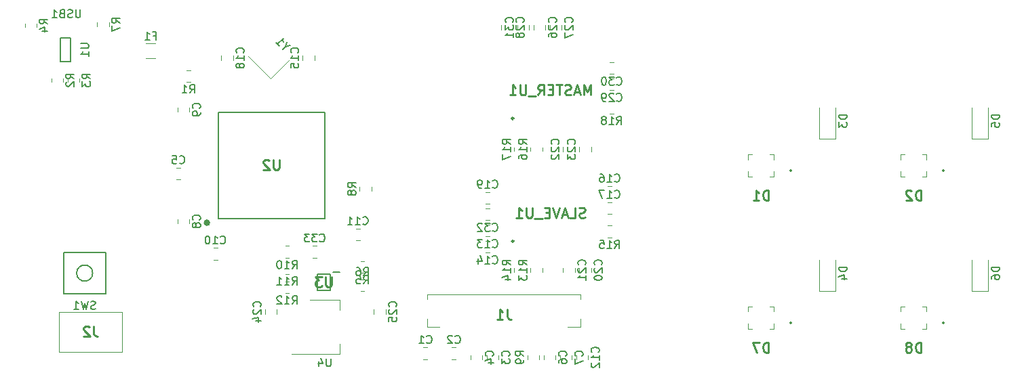
<source format=gbo>
G04 #@! TF.GenerationSoftware,KiCad,Pcbnew,(5.1.10)-1*
G04 #@! TF.CreationDate,2021-07-21T14:09:26-04:00*
G04 #@! TF.ProjectId,ProtoTooManyKeys,50726f74-6f54-46f6-9f4d-616e794b6579,1.5*
G04 #@! TF.SameCoordinates,Original*
G04 #@! TF.FileFunction,Legend,Bot*
G04 #@! TF.FilePolarity,Positive*
%FSLAX46Y46*%
G04 Gerber Fmt 4.6, Leading zero omitted, Abs format (unit mm)*
G04 Created by KiCad (PCBNEW (5.1.10)-1) date 2021-07-21 14:09:26*
%MOMM*%
%LPD*%
G01*
G04 APERTURE LIST*
%ADD10C,0.120000*%
%ADD11C,0.200000*%
%ADD12C,0.400000*%
%ADD13C,0.250000*%
%ADD14C,0.150000*%
%ADD15C,0.100000*%
%ADD16C,0.254000*%
G04 APERTURE END LIST*
D10*
X376308252Y-402998000D02*
X375785748Y-402998000D01*
X376308252Y-404468000D02*
X375785748Y-404468000D01*
D11*
X377990000Y-406543000D02*
X376390000Y-406543000D01*
X376390000Y-406543000D02*
X376390000Y-408543000D01*
X376390000Y-408543000D02*
X377990000Y-408543000D01*
X377990000Y-408543000D02*
X377990000Y-406543000D01*
X379190000Y-406293000D02*
X378340000Y-406293000D01*
X364031250Y-399556250D02*
X377331250Y-399556250D01*
X377331250Y-399556250D02*
X377331250Y-386256250D01*
X377331250Y-386256250D02*
X364031250Y-386256250D01*
X364031250Y-386256250D02*
X364031250Y-399556250D01*
D12*
X362806250Y-400106250D02*
G75*
G03*
X362806250Y-400106250I-200000J0D01*
G01*
D13*
X400911000Y-402407000D02*
G75*
G03*
X400911000Y-402407000I-125000J0D01*
G01*
X400911000Y-387040000D02*
G75*
G03*
X400911000Y-387040000I-125000J0D01*
G01*
D10*
X370579487Y-382056940D02*
X367751060Y-379228513D01*
X372912940Y-379723487D02*
X370579487Y-382056940D01*
X373217000Y-416541000D02*
X379227000Y-416541000D01*
X375467000Y-409721000D02*
X379227000Y-409721000D01*
X379227000Y-416541000D02*
X379227000Y-415281000D01*
X379227000Y-409721000D02*
X379227000Y-410981000D01*
D14*
X344282000Y-377010000D02*
X344282000Y-379910000D01*
X344282000Y-377010000D02*
X345582000Y-377010000D01*
X345582000Y-377010000D02*
X345582000Y-379910000D01*
X345582000Y-379910000D02*
X344282000Y-379910000D01*
X349945000Y-403800000D02*
X344745000Y-403800000D01*
X344745000Y-403800000D02*
X344745000Y-409000000D01*
X344745000Y-409000000D02*
X349945000Y-409000000D01*
X349945000Y-409000000D02*
X349945000Y-403800000D01*
X348345000Y-406400000D02*
G75*
G03*
X348345000Y-406400000I-1000000J0D01*
G01*
D10*
X412903936Y-384964000D02*
X413358064Y-384964000D01*
X412903936Y-386434000D02*
X413358064Y-386434000D01*
X402436000Y-390678936D02*
X402436000Y-391133064D01*
X400966000Y-390678936D02*
X400966000Y-391133064D01*
X404468000Y-390678936D02*
X404468000Y-391133064D01*
X402998000Y-390678936D02*
X402998000Y-391133064D01*
X412649936Y-400458000D02*
X413104064Y-400458000D01*
X412649936Y-401928000D02*
X413104064Y-401928000D01*
X402436000Y-405791936D02*
X402436000Y-406246064D01*
X400966000Y-405791936D02*
X400966000Y-406246064D01*
X404468000Y-405791936D02*
X404468000Y-406246064D01*
X402998000Y-405791936D02*
X402998000Y-406246064D01*
X372390936Y-407443000D02*
X372845064Y-407443000D01*
X372390936Y-408913000D02*
X372845064Y-408913000D01*
X372390936Y-405030000D02*
X372845064Y-405030000D01*
X372390936Y-406500000D02*
X372845064Y-406500000D01*
X372390936Y-402998000D02*
X372845064Y-402998000D01*
X372390936Y-404468000D02*
X372845064Y-404468000D01*
X402617000Y-416713936D02*
X402617000Y-417168064D01*
X404087000Y-416713936D02*
X404087000Y-417168064D01*
X383132000Y-395631936D02*
X383132000Y-396086064D01*
X381662000Y-395631936D02*
X381662000Y-396086064D01*
X348896000Y-375512064D02*
X348896000Y-375057936D01*
X350366000Y-375512064D02*
X350366000Y-375057936D01*
X382243064Y-408659000D02*
X381788936Y-408659000D01*
X382243064Y-407189000D02*
X381788936Y-407189000D01*
X381788936Y-404903000D02*
X382243064Y-404903000D01*
X381788936Y-406373000D02*
X382243064Y-406373000D01*
X339879000Y-375639064D02*
X339879000Y-375184936D01*
X341349000Y-375639064D02*
X341349000Y-375184936D01*
X345213000Y-382497064D02*
X345213000Y-382042936D01*
X346683000Y-382497064D02*
X346683000Y-382042936D01*
X343181000Y-382497064D02*
X343181000Y-382042936D01*
X344651000Y-382497064D02*
X344651000Y-382042936D01*
X360071936Y-381027000D02*
X360526064Y-381027000D01*
X360071936Y-382497000D02*
X360526064Y-382497000D01*
D15*
X344125000Y-411250000D02*
X344125000Y-416250000D01*
X352025000Y-411250000D02*
X344125000Y-411250000D01*
X352025000Y-416250000D02*
X352025000Y-411250000D01*
X344125000Y-416250000D02*
X352025000Y-416250000D01*
X409219000Y-413132000D02*
X409219000Y-412132000D01*
X407669000Y-413132000D02*
X409219000Y-413132000D01*
X409219000Y-409082000D02*
X409219000Y-409632000D01*
X390119000Y-409082000D02*
X409219000Y-409082000D01*
X390119000Y-409132000D02*
X390119000Y-409082000D01*
X390119000Y-409632000D02*
X390119000Y-409132000D01*
X390119000Y-413132000D02*
X390119000Y-412132000D01*
X390169000Y-413132000D02*
X390119000Y-413132000D01*
X391669000Y-413132000D02*
X390169000Y-413132000D01*
D10*
X356202064Y-379497000D02*
X354997936Y-379497000D01*
X356202064Y-377677000D02*
X354997936Y-377677000D01*
D15*
X449750000Y-413355837D02*
X449250000Y-413355837D01*
X449250000Y-413355837D02*
X449250000Y-412680837D01*
X449250000Y-411230837D02*
X449250000Y-410555837D01*
X449250000Y-410555837D02*
X449750000Y-410555837D01*
X451950000Y-410555837D02*
X452450000Y-410555837D01*
X452450000Y-410555837D02*
X452450000Y-411230837D01*
X451950000Y-413355837D02*
X452450000Y-413355837D01*
X452450000Y-413355837D02*
X452450000Y-412680837D01*
D11*
X454540000Y-412735837D02*
G75*
G02*
X454540000Y-412535837I0J100000D01*
G01*
X454540000Y-412535837D02*
G75*
G02*
X454540000Y-412735837I0J-100000D01*
G01*
D15*
X430700000Y-413355837D02*
X430200000Y-413355837D01*
X430200000Y-413355837D02*
X430200000Y-412680837D01*
X430200000Y-411230837D02*
X430200000Y-410555837D01*
X430200000Y-410555837D02*
X430700000Y-410555837D01*
X432900000Y-410555837D02*
X433400000Y-410555837D01*
X433400000Y-410555837D02*
X433400000Y-411230837D01*
X432900000Y-413355837D02*
X433400000Y-413355837D01*
X433400000Y-413355837D02*
X433400000Y-412680837D01*
D11*
X435490000Y-412735837D02*
G75*
G02*
X435490000Y-412535837I0J100000D01*
G01*
X435490000Y-412535837D02*
G75*
G02*
X435490000Y-412735837I0J-100000D01*
G01*
D10*
X460105000Y-408650000D02*
X460105000Y-404750000D01*
X458105000Y-408650000D02*
X458105000Y-404750000D01*
X460105000Y-408650000D02*
X458105000Y-408650000D01*
X460105000Y-389600000D02*
X460105000Y-385700000D01*
X458105000Y-389600000D02*
X458105000Y-385700000D01*
X460105000Y-389600000D02*
X458105000Y-389600000D01*
X441055000Y-408650000D02*
X441055000Y-404750000D01*
X439055000Y-408650000D02*
X439055000Y-404750000D01*
X441055000Y-408650000D02*
X439055000Y-408650000D01*
X441055000Y-389600000D02*
X439055000Y-389600000D01*
X439055000Y-389600000D02*
X439055000Y-385700000D01*
X441055000Y-389600000D02*
X441055000Y-385700000D01*
D15*
X449750000Y-394308000D02*
X449250000Y-394308000D01*
X449250000Y-394308000D02*
X449250000Y-393633000D01*
X449250000Y-392183000D02*
X449250000Y-391508000D01*
X449250000Y-391508000D02*
X449750000Y-391508000D01*
X451950000Y-391508000D02*
X452450000Y-391508000D01*
X452450000Y-391508000D02*
X452450000Y-392183000D01*
X451950000Y-394308000D02*
X452450000Y-394308000D01*
X452450000Y-394308000D02*
X452450000Y-393633000D01*
D11*
X454540000Y-393688000D02*
G75*
G02*
X454540000Y-393488000I0J100000D01*
G01*
X454540000Y-393488000D02*
G75*
G02*
X454540000Y-393688000I0J-100000D01*
G01*
D15*
X433400000Y-394308000D02*
X433400000Y-393633000D01*
X432900000Y-394308000D02*
X433400000Y-394308000D01*
X433400000Y-391508000D02*
X433400000Y-392183000D01*
X432900000Y-391508000D02*
X433400000Y-391508000D01*
X430200000Y-391508000D02*
X430700000Y-391508000D01*
X430200000Y-392183000D02*
X430200000Y-391508000D01*
X430200000Y-394308000D02*
X430200000Y-393633000D01*
X430700000Y-394308000D02*
X430200000Y-394308000D01*
D11*
X435490000Y-393488000D02*
G75*
G02*
X435490000Y-393688000I0J-100000D01*
G01*
X435490000Y-393688000D02*
G75*
G02*
X435490000Y-393488000I0J100000D01*
G01*
D10*
X397375748Y-398299000D02*
X397898252Y-398299000D01*
X397375748Y-399769000D02*
X397898252Y-399769000D01*
X402817000Y-375404748D02*
X402817000Y-375927252D01*
X401347000Y-375404748D02*
X401347000Y-375927252D01*
X412869748Y-380011000D02*
X413392252Y-380011000D01*
X412869748Y-381481000D02*
X413392252Y-381481000D01*
X412869748Y-382043000D02*
X413392252Y-382043000D01*
X412869748Y-383513000D02*
X413392252Y-383513000D01*
X399315000Y-375927252D02*
X399315000Y-375404748D01*
X400785000Y-375927252D02*
X400785000Y-375404748D01*
X405411000Y-375927252D02*
X405411000Y-375404748D01*
X406881000Y-375927252D02*
X406881000Y-375404748D01*
X403379000Y-375927252D02*
X403379000Y-375404748D01*
X404849000Y-375927252D02*
X404849000Y-375404748D01*
X383440000Y-411487252D02*
X383440000Y-410964748D01*
X384910000Y-411487252D02*
X384910000Y-410964748D01*
X371321000Y-410964748D02*
X371321000Y-411487252D01*
X369851000Y-410964748D02*
X369851000Y-411487252D01*
X410564000Y-390644748D02*
X410564000Y-391167252D01*
X409094000Y-390644748D02*
X409094000Y-391167252D01*
X408532000Y-390644748D02*
X408532000Y-391167252D01*
X407062000Y-390644748D02*
X407062000Y-391167252D01*
X407062000Y-406280252D02*
X407062000Y-405757748D01*
X408532000Y-406280252D02*
X408532000Y-405757748D01*
X409094000Y-406280252D02*
X409094000Y-405757748D01*
X410564000Y-406280252D02*
X410564000Y-405757748D01*
X397898252Y-397737000D02*
X397375748Y-397737000D01*
X397898252Y-396267000D02*
X397375748Y-396267000D01*
X364390000Y-379737252D02*
X364390000Y-379214748D01*
X365860000Y-379737252D02*
X365860000Y-379214748D01*
X413138252Y-399007000D02*
X412615748Y-399007000D01*
X413138252Y-397537000D02*
X412615748Y-397537000D01*
X413138252Y-396975000D02*
X412615748Y-396975000D01*
X413138252Y-395505000D02*
X412615748Y-395505000D01*
X376020000Y-379214748D02*
X376020000Y-379737252D01*
X374550000Y-379214748D02*
X374550000Y-379737252D01*
X397375748Y-402363000D02*
X397898252Y-402363000D01*
X397375748Y-403833000D02*
X397898252Y-403833000D01*
X397375748Y-400331000D02*
X397898252Y-400331000D01*
X397375748Y-401801000D02*
X397898252Y-401801000D01*
X410183000Y-417202252D02*
X410183000Y-416679748D01*
X408713000Y-417202252D02*
X408713000Y-416679748D01*
X381708252Y-402309000D02*
X381185748Y-402309000D01*
X381708252Y-400839000D02*
X381185748Y-400839000D01*
X363923252Y-404722000D02*
X363400748Y-404722000D01*
X363923252Y-403252000D02*
X363400748Y-403252000D01*
X358929000Y-386214252D02*
X358929000Y-385691748D01*
X360399000Y-386214252D02*
X360399000Y-385691748D01*
X358929000Y-400184252D02*
X358929000Y-399661748D01*
X360399000Y-400184252D02*
X360399000Y-399661748D01*
X406681000Y-417202252D02*
X406681000Y-416679748D01*
X408151000Y-417202252D02*
X408151000Y-416679748D01*
X404649000Y-417202252D02*
X404649000Y-416679748D01*
X406119000Y-417202252D02*
X406119000Y-416679748D01*
X359290252Y-394689000D02*
X358767748Y-394689000D01*
X359290252Y-393219000D02*
X358767748Y-393219000D01*
X395505000Y-417202252D02*
X395505000Y-416679748D01*
X396975000Y-417202252D02*
X396975000Y-416679748D01*
X397537000Y-417202252D02*
X397537000Y-416679748D01*
X399007000Y-417202252D02*
X399007000Y-416679748D01*
X393707252Y-417168000D02*
X393184748Y-417168000D01*
X393707252Y-415698000D02*
X393184748Y-415698000D01*
X390151252Y-417168000D02*
X389628748Y-417168000D01*
X390151252Y-415698000D02*
X389628748Y-415698000D01*
D14*
X376689857Y-402410142D02*
X376737476Y-402457761D01*
X376880333Y-402505380D01*
X376975571Y-402505380D01*
X377118428Y-402457761D01*
X377213666Y-402362523D01*
X377261285Y-402267285D01*
X377308904Y-402076809D01*
X377308904Y-401933952D01*
X377261285Y-401743476D01*
X377213666Y-401648238D01*
X377118428Y-401553000D01*
X376975571Y-401505380D01*
X376880333Y-401505380D01*
X376737476Y-401553000D01*
X376689857Y-401600619D01*
X376356523Y-401505380D02*
X375737476Y-401505380D01*
X376070809Y-401886333D01*
X375927952Y-401886333D01*
X375832714Y-401933952D01*
X375785095Y-401981571D01*
X375737476Y-402076809D01*
X375737476Y-402314904D01*
X375785095Y-402410142D01*
X375832714Y-402457761D01*
X375927952Y-402505380D01*
X376213666Y-402505380D01*
X376308904Y-402457761D01*
X376356523Y-402410142D01*
X375404142Y-401505380D02*
X374785095Y-401505380D01*
X375118428Y-401886333D01*
X374975571Y-401886333D01*
X374880333Y-401933952D01*
X374832714Y-401981571D01*
X374785095Y-402076809D01*
X374785095Y-402314904D01*
X374832714Y-402410142D01*
X374880333Y-402457761D01*
X374975571Y-402505380D01*
X375261285Y-402505380D01*
X375356523Y-402457761D01*
X375404142Y-402410142D01*
D16*
X378157619Y-406847523D02*
X378157619Y-407875619D01*
X378097142Y-407996571D01*
X378036666Y-408057047D01*
X377915714Y-408117523D01*
X377673809Y-408117523D01*
X377552857Y-408057047D01*
X377492380Y-407996571D01*
X377431904Y-407875619D01*
X377431904Y-406847523D01*
X376948095Y-406847523D02*
X376161904Y-406847523D01*
X376585238Y-407331333D01*
X376403809Y-407331333D01*
X376282857Y-407391809D01*
X376222380Y-407452285D01*
X376161904Y-407573238D01*
X376161904Y-407875619D01*
X376222380Y-407996571D01*
X376282857Y-408057047D01*
X376403809Y-408117523D01*
X376766666Y-408117523D01*
X376887619Y-408057047D01*
X376948095Y-407996571D01*
X371648869Y-392210773D02*
X371648869Y-393238869D01*
X371588392Y-393359821D01*
X371527916Y-393420297D01*
X371406964Y-393480773D01*
X371165059Y-393480773D01*
X371044107Y-393420297D01*
X370983630Y-393359821D01*
X370923154Y-393238869D01*
X370923154Y-392210773D01*
X370378869Y-392331726D02*
X370318392Y-392271250D01*
X370197440Y-392210773D01*
X369895059Y-392210773D01*
X369774107Y-392271250D01*
X369713630Y-392331726D01*
X369653154Y-392452678D01*
X369653154Y-392573630D01*
X369713630Y-392755059D01*
X370439345Y-393480773D01*
X369653154Y-393480773D01*
X409804809Y-399421047D02*
X409623380Y-399481523D01*
X409321000Y-399481523D01*
X409200047Y-399421047D01*
X409139571Y-399360571D01*
X409079095Y-399239619D01*
X409079095Y-399118666D01*
X409139571Y-398997714D01*
X409200047Y-398937238D01*
X409321000Y-398876761D01*
X409562904Y-398816285D01*
X409683857Y-398755809D01*
X409744333Y-398695333D01*
X409804809Y-398574380D01*
X409804809Y-398453428D01*
X409744333Y-398332476D01*
X409683857Y-398272000D01*
X409562904Y-398211523D01*
X409260523Y-398211523D01*
X409079095Y-398272000D01*
X407930047Y-399481523D02*
X408534809Y-399481523D01*
X408534809Y-398211523D01*
X407567190Y-399118666D02*
X406962428Y-399118666D01*
X407688142Y-399481523D02*
X407264809Y-398211523D01*
X406841476Y-399481523D01*
X406599571Y-398211523D02*
X406176238Y-399481523D01*
X405752904Y-398211523D01*
X405329571Y-398816285D02*
X404906238Y-398816285D01*
X404724809Y-399481523D02*
X405329571Y-399481523D01*
X405329571Y-398211523D01*
X404724809Y-398211523D01*
X404482904Y-399602476D02*
X403515285Y-399602476D01*
X403212904Y-398211523D02*
X403212904Y-399239619D01*
X403152428Y-399360571D01*
X403091952Y-399421047D01*
X402971000Y-399481523D01*
X402729095Y-399481523D01*
X402608142Y-399421047D01*
X402547666Y-399360571D01*
X402487190Y-399239619D01*
X402487190Y-398211523D01*
X401217190Y-399481523D02*
X401942904Y-399481523D01*
X401580047Y-399481523D02*
X401580047Y-398211523D01*
X401701000Y-398392952D01*
X401821952Y-398513904D01*
X401942904Y-398574380D01*
X410530523Y-384114523D02*
X410530523Y-382844523D01*
X410107190Y-383751666D01*
X409683857Y-382844523D01*
X409683857Y-384114523D01*
X409139571Y-383751666D02*
X408534809Y-383751666D01*
X409260523Y-384114523D02*
X408837190Y-382844523D01*
X408413857Y-384114523D01*
X408051000Y-384054047D02*
X407869571Y-384114523D01*
X407567190Y-384114523D01*
X407446238Y-384054047D01*
X407385761Y-383993571D01*
X407325285Y-383872619D01*
X407325285Y-383751666D01*
X407385761Y-383630714D01*
X407446238Y-383570238D01*
X407567190Y-383509761D01*
X407809095Y-383449285D01*
X407930047Y-383388809D01*
X407990523Y-383328333D01*
X408051000Y-383207380D01*
X408051000Y-383086428D01*
X407990523Y-382965476D01*
X407930047Y-382905000D01*
X407809095Y-382844523D01*
X407506714Y-382844523D01*
X407325285Y-382905000D01*
X406962428Y-382844523D02*
X406236714Y-382844523D01*
X406599571Y-384114523D02*
X406599571Y-382844523D01*
X405813380Y-383449285D02*
X405390047Y-383449285D01*
X405208619Y-384114523D02*
X405813380Y-384114523D01*
X405813380Y-382844523D01*
X405208619Y-382844523D01*
X403938619Y-384114523D02*
X404361952Y-383509761D01*
X404664333Y-384114523D02*
X404664333Y-382844523D01*
X404180523Y-382844523D01*
X404059571Y-382905000D01*
X403999095Y-382965476D01*
X403938619Y-383086428D01*
X403938619Y-383267857D01*
X403999095Y-383388809D01*
X404059571Y-383449285D01*
X404180523Y-383509761D01*
X404664333Y-383509761D01*
X403696714Y-384235476D02*
X402729095Y-384235476D01*
X402426714Y-382844523D02*
X402426714Y-383872619D01*
X402366238Y-383993571D01*
X402305761Y-384054047D01*
X402184809Y-384114523D01*
X401942904Y-384114523D01*
X401821952Y-384054047D01*
X401761476Y-383993571D01*
X401701000Y-383872619D01*
X401701000Y-382844523D01*
X400431000Y-384114523D02*
X401156714Y-384114523D01*
X400793857Y-384114523D02*
X400793857Y-382844523D01*
X400914809Y-383025952D01*
X401035761Y-383146904D01*
X401156714Y-383207380D01*
D14*
X372417965Y-378063469D02*
X372081247Y-378400187D01*
X373024056Y-377928782D02*
X372417965Y-378063469D01*
X372552652Y-377457378D01*
X371239454Y-377558393D02*
X371643515Y-377962454D01*
X371441484Y-377760423D02*
X372148591Y-377053317D01*
X372114919Y-377221675D01*
X372114919Y-377356362D01*
X372148591Y-377457378D01*
X346797095Y-373446380D02*
X346797095Y-374255904D01*
X346749476Y-374351142D01*
X346701857Y-374398761D01*
X346606619Y-374446380D01*
X346416142Y-374446380D01*
X346320904Y-374398761D01*
X346273285Y-374351142D01*
X346225666Y-374255904D01*
X346225666Y-373446380D01*
X345797095Y-374398761D02*
X345654238Y-374446380D01*
X345416142Y-374446380D01*
X345320904Y-374398761D01*
X345273285Y-374351142D01*
X345225666Y-374255904D01*
X345225666Y-374160666D01*
X345273285Y-374065428D01*
X345320904Y-374017809D01*
X345416142Y-373970190D01*
X345606619Y-373922571D01*
X345701857Y-373874952D01*
X345749476Y-373827333D01*
X345797095Y-373732095D01*
X345797095Y-373636857D01*
X345749476Y-373541619D01*
X345701857Y-373494000D01*
X345606619Y-373446380D01*
X345368523Y-373446380D01*
X345225666Y-373494000D01*
X344463761Y-373922571D02*
X344320904Y-373970190D01*
X344273285Y-374017809D01*
X344225666Y-374113047D01*
X344225666Y-374255904D01*
X344273285Y-374351142D01*
X344320904Y-374398761D01*
X344416142Y-374446380D01*
X344797095Y-374446380D01*
X344797095Y-373446380D01*
X344463761Y-373446380D01*
X344368523Y-373494000D01*
X344320904Y-373541619D01*
X344273285Y-373636857D01*
X344273285Y-373732095D01*
X344320904Y-373827333D01*
X344368523Y-373874952D01*
X344463761Y-373922571D01*
X344797095Y-373922571D01*
X343273285Y-374446380D02*
X343844714Y-374446380D01*
X343559000Y-374446380D02*
X343559000Y-373446380D01*
X343654238Y-373589238D01*
X343749476Y-373684476D01*
X343844714Y-373732095D01*
X378078904Y-417083380D02*
X378078904Y-417892904D01*
X378031285Y-417988142D01*
X377983666Y-418035761D01*
X377888428Y-418083380D01*
X377697952Y-418083380D01*
X377602714Y-418035761D01*
X377555095Y-417988142D01*
X377507476Y-417892904D01*
X377507476Y-417083380D01*
X376602714Y-417416714D02*
X376602714Y-418083380D01*
X376840809Y-417035761D02*
X377078904Y-417750047D01*
X376459857Y-417750047D01*
X346834380Y-377698095D02*
X347643904Y-377698095D01*
X347739142Y-377745714D01*
X347786761Y-377793333D01*
X347834380Y-377888571D01*
X347834380Y-378079047D01*
X347786761Y-378174285D01*
X347739142Y-378221904D01*
X347643904Y-378269523D01*
X346834380Y-378269523D01*
X347834380Y-379269523D02*
X347834380Y-378698095D01*
X347834380Y-378983809D02*
X346834380Y-378983809D01*
X346977238Y-378888571D01*
X347072476Y-378793333D01*
X347120095Y-378698095D01*
X348678333Y-410868761D02*
X348535476Y-410916380D01*
X348297380Y-410916380D01*
X348202142Y-410868761D01*
X348154523Y-410821142D01*
X348106904Y-410725904D01*
X348106904Y-410630666D01*
X348154523Y-410535428D01*
X348202142Y-410487809D01*
X348297380Y-410440190D01*
X348487857Y-410392571D01*
X348583095Y-410344952D01*
X348630714Y-410297333D01*
X348678333Y-410202095D01*
X348678333Y-410106857D01*
X348630714Y-410011619D01*
X348583095Y-409964000D01*
X348487857Y-409916380D01*
X348249761Y-409916380D01*
X348106904Y-409964000D01*
X347773571Y-409916380D02*
X347535476Y-410916380D01*
X347345000Y-410202095D01*
X347154523Y-410916380D01*
X346916428Y-409916380D01*
X346011666Y-410916380D02*
X346583095Y-410916380D01*
X346297380Y-410916380D02*
X346297380Y-409916380D01*
X346392619Y-410059238D01*
X346487857Y-410154476D01*
X346583095Y-410202095D01*
X413773857Y-387801380D02*
X414107190Y-387325190D01*
X414345285Y-387801380D02*
X414345285Y-386801380D01*
X413964333Y-386801380D01*
X413869095Y-386849000D01*
X413821476Y-386896619D01*
X413773857Y-386991857D01*
X413773857Y-387134714D01*
X413821476Y-387229952D01*
X413869095Y-387277571D01*
X413964333Y-387325190D01*
X414345285Y-387325190D01*
X412821476Y-387801380D02*
X413392904Y-387801380D01*
X413107190Y-387801380D02*
X413107190Y-386801380D01*
X413202428Y-386944238D01*
X413297666Y-387039476D01*
X413392904Y-387087095D01*
X412250047Y-387229952D02*
X412345285Y-387182333D01*
X412392904Y-387134714D01*
X412440523Y-387039476D01*
X412440523Y-386991857D01*
X412392904Y-386896619D01*
X412345285Y-386849000D01*
X412250047Y-386801380D01*
X412059571Y-386801380D01*
X411964333Y-386849000D01*
X411916714Y-386896619D01*
X411869095Y-386991857D01*
X411869095Y-387039476D01*
X411916714Y-387134714D01*
X411964333Y-387182333D01*
X412059571Y-387229952D01*
X412250047Y-387229952D01*
X412345285Y-387277571D01*
X412392904Y-387325190D01*
X412440523Y-387420428D01*
X412440523Y-387610904D01*
X412392904Y-387706142D01*
X412345285Y-387753761D01*
X412250047Y-387801380D01*
X412059571Y-387801380D01*
X411964333Y-387753761D01*
X411916714Y-387706142D01*
X411869095Y-387610904D01*
X411869095Y-387420428D01*
X411916714Y-387325190D01*
X411964333Y-387277571D01*
X412059571Y-387229952D01*
X400503380Y-390263142D02*
X400027190Y-389929809D01*
X400503380Y-389691714D02*
X399503380Y-389691714D01*
X399503380Y-390072666D01*
X399551000Y-390167904D01*
X399598619Y-390215523D01*
X399693857Y-390263142D01*
X399836714Y-390263142D01*
X399931952Y-390215523D01*
X399979571Y-390167904D01*
X400027190Y-390072666D01*
X400027190Y-389691714D01*
X400503380Y-391215523D02*
X400503380Y-390644095D01*
X400503380Y-390929809D02*
X399503380Y-390929809D01*
X399646238Y-390834571D01*
X399741476Y-390739333D01*
X399789095Y-390644095D01*
X399503380Y-391548857D02*
X399503380Y-392215523D01*
X400503380Y-391786952D01*
X402535380Y-390263142D02*
X402059190Y-389929809D01*
X402535380Y-389691714D02*
X401535380Y-389691714D01*
X401535380Y-390072666D01*
X401583000Y-390167904D01*
X401630619Y-390215523D01*
X401725857Y-390263142D01*
X401868714Y-390263142D01*
X401963952Y-390215523D01*
X402011571Y-390167904D01*
X402059190Y-390072666D01*
X402059190Y-389691714D01*
X402535380Y-391215523D02*
X402535380Y-390644095D01*
X402535380Y-390929809D02*
X401535380Y-390929809D01*
X401678238Y-390834571D01*
X401773476Y-390739333D01*
X401821095Y-390644095D01*
X401535380Y-392072666D02*
X401535380Y-391882190D01*
X401583000Y-391786952D01*
X401630619Y-391739333D01*
X401773476Y-391644095D01*
X401963952Y-391596476D01*
X402344904Y-391596476D01*
X402440142Y-391644095D01*
X402487761Y-391691714D01*
X402535380Y-391786952D01*
X402535380Y-391977428D01*
X402487761Y-392072666D01*
X402440142Y-392120285D01*
X402344904Y-392167904D01*
X402106809Y-392167904D01*
X402011571Y-392120285D01*
X401963952Y-392072666D01*
X401916333Y-391977428D01*
X401916333Y-391786952D01*
X401963952Y-391691714D01*
X402011571Y-391644095D01*
X402106809Y-391596476D01*
X413519857Y-403295380D02*
X413853190Y-402819190D01*
X414091285Y-403295380D02*
X414091285Y-402295380D01*
X413710333Y-402295380D01*
X413615095Y-402343000D01*
X413567476Y-402390619D01*
X413519857Y-402485857D01*
X413519857Y-402628714D01*
X413567476Y-402723952D01*
X413615095Y-402771571D01*
X413710333Y-402819190D01*
X414091285Y-402819190D01*
X412567476Y-403295380D02*
X413138904Y-403295380D01*
X412853190Y-403295380D02*
X412853190Y-402295380D01*
X412948428Y-402438238D01*
X413043666Y-402533476D01*
X413138904Y-402581095D01*
X411662714Y-402295380D02*
X412138904Y-402295380D01*
X412186523Y-402771571D01*
X412138904Y-402723952D01*
X412043666Y-402676333D01*
X411805571Y-402676333D01*
X411710333Y-402723952D01*
X411662714Y-402771571D01*
X411615095Y-402866809D01*
X411615095Y-403104904D01*
X411662714Y-403200142D01*
X411710333Y-403247761D01*
X411805571Y-403295380D01*
X412043666Y-403295380D01*
X412138904Y-403247761D01*
X412186523Y-403200142D01*
X400503380Y-405376142D02*
X400027190Y-405042809D01*
X400503380Y-404804714D02*
X399503380Y-404804714D01*
X399503380Y-405185666D01*
X399551000Y-405280904D01*
X399598619Y-405328523D01*
X399693857Y-405376142D01*
X399836714Y-405376142D01*
X399931952Y-405328523D01*
X399979571Y-405280904D01*
X400027190Y-405185666D01*
X400027190Y-404804714D01*
X400503380Y-406328523D02*
X400503380Y-405757095D01*
X400503380Y-406042809D02*
X399503380Y-406042809D01*
X399646238Y-405947571D01*
X399741476Y-405852333D01*
X399789095Y-405757095D01*
X399836714Y-407185666D02*
X400503380Y-407185666D01*
X399455761Y-406947571D02*
X400170047Y-406709476D01*
X400170047Y-407328523D01*
X402535380Y-405376142D02*
X402059190Y-405042809D01*
X402535380Y-404804714D02*
X401535380Y-404804714D01*
X401535380Y-405185666D01*
X401583000Y-405280904D01*
X401630619Y-405328523D01*
X401725857Y-405376142D01*
X401868714Y-405376142D01*
X401963952Y-405328523D01*
X402011571Y-405280904D01*
X402059190Y-405185666D01*
X402059190Y-404804714D01*
X402535380Y-406328523D02*
X402535380Y-405757095D01*
X402535380Y-406042809D02*
X401535380Y-406042809D01*
X401678238Y-405947571D01*
X401773476Y-405852333D01*
X401821095Y-405757095D01*
X401535380Y-406661857D02*
X401535380Y-407280904D01*
X401916333Y-406947571D01*
X401916333Y-407090428D01*
X401963952Y-407185666D01*
X402011571Y-407233285D01*
X402106809Y-407280904D01*
X402344904Y-407280904D01*
X402440142Y-407233285D01*
X402487761Y-407185666D01*
X402535380Y-407090428D01*
X402535380Y-406804714D01*
X402487761Y-406709476D01*
X402440142Y-406661857D01*
X373260857Y-410280380D02*
X373594190Y-409804190D01*
X373832285Y-410280380D02*
X373832285Y-409280380D01*
X373451333Y-409280380D01*
X373356095Y-409328000D01*
X373308476Y-409375619D01*
X373260857Y-409470857D01*
X373260857Y-409613714D01*
X373308476Y-409708952D01*
X373356095Y-409756571D01*
X373451333Y-409804190D01*
X373832285Y-409804190D01*
X372308476Y-410280380D02*
X372879904Y-410280380D01*
X372594190Y-410280380D02*
X372594190Y-409280380D01*
X372689428Y-409423238D01*
X372784666Y-409518476D01*
X372879904Y-409566095D01*
X371927523Y-409375619D02*
X371879904Y-409328000D01*
X371784666Y-409280380D01*
X371546571Y-409280380D01*
X371451333Y-409328000D01*
X371403714Y-409375619D01*
X371356095Y-409470857D01*
X371356095Y-409566095D01*
X371403714Y-409708952D01*
X371975142Y-410280380D01*
X371356095Y-410280380D01*
X373260857Y-407867380D02*
X373594190Y-407391190D01*
X373832285Y-407867380D02*
X373832285Y-406867380D01*
X373451333Y-406867380D01*
X373356095Y-406915000D01*
X373308476Y-406962619D01*
X373260857Y-407057857D01*
X373260857Y-407200714D01*
X373308476Y-407295952D01*
X373356095Y-407343571D01*
X373451333Y-407391190D01*
X373832285Y-407391190D01*
X372308476Y-407867380D02*
X372879904Y-407867380D01*
X372594190Y-407867380D02*
X372594190Y-406867380D01*
X372689428Y-407010238D01*
X372784666Y-407105476D01*
X372879904Y-407153095D01*
X371356095Y-407867380D02*
X371927523Y-407867380D01*
X371641809Y-407867380D02*
X371641809Y-406867380D01*
X371737047Y-407010238D01*
X371832285Y-407105476D01*
X371927523Y-407153095D01*
X373260857Y-405835380D02*
X373594190Y-405359190D01*
X373832285Y-405835380D02*
X373832285Y-404835380D01*
X373451333Y-404835380D01*
X373356095Y-404883000D01*
X373308476Y-404930619D01*
X373260857Y-405025857D01*
X373260857Y-405168714D01*
X373308476Y-405263952D01*
X373356095Y-405311571D01*
X373451333Y-405359190D01*
X373832285Y-405359190D01*
X372308476Y-405835380D02*
X372879904Y-405835380D01*
X372594190Y-405835380D02*
X372594190Y-404835380D01*
X372689428Y-404978238D01*
X372784666Y-405073476D01*
X372879904Y-405121095D01*
X371689428Y-404835380D02*
X371594190Y-404835380D01*
X371498952Y-404883000D01*
X371451333Y-404930619D01*
X371403714Y-405025857D01*
X371356095Y-405216333D01*
X371356095Y-405454428D01*
X371403714Y-405644904D01*
X371451333Y-405740142D01*
X371498952Y-405787761D01*
X371594190Y-405835380D01*
X371689428Y-405835380D01*
X371784666Y-405787761D01*
X371832285Y-405740142D01*
X371879904Y-405644904D01*
X371927523Y-405454428D01*
X371927523Y-405216333D01*
X371879904Y-405025857D01*
X371832285Y-404930619D01*
X371784666Y-404883000D01*
X371689428Y-404835380D01*
X402154380Y-416774333D02*
X401678190Y-416441000D01*
X402154380Y-416202904D02*
X401154380Y-416202904D01*
X401154380Y-416583857D01*
X401202000Y-416679095D01*
X401249619Y-416726714D01*
X401344857Y-416774333D01*
X401487714Y-416774333D01*
X401582952Y-416726714D01*
X401630571Y-416679095D01*
X401678190Y-416583857D01*
X401678190Y-416202904D01*
X402154380Y-417250523D02*
X402154380Y-417441000D01*
X402106761Y-417536238D01*
X402059142Y-417583857D01*
X401916285Y-417679095D01*
X401725809Y-417726714D01*
X401344857Y-417726714D01*
X401249619Y-417679095D01*
X401202000Y-417631476D01*
X401154380Y-417536238D01*
X401154380Y-417345761D01*
X401202000Y-417250523D01*
X401249619Y-417202904D01*
X401344857Y-417155285D01*
X401582952Y-417155285D01*
X401678190Y-417202904D01*
X401725809Y-417250523D01*
X401773428Y-417345761D01*
X401773428Y-417536238D01*
X401725809Y-417631476D01*
X401678190Y-417679095D01*
X401582952Y-417726714D01*
X381199380Y-395692333D02*
X380723190Y-395359000D01*
X381199380Y-395120904D02*
X380199380Y-395120904D01*
X380199380Y-395501857D01*
X380247000Y-395597095D01*
X380294619Y-395644714D01*
X380389857Y-395692333D01*
X380532714Y-395692333D01*
X380627952Y-395644714D01*
X380675571Y-395597095D01*
X380723190Y-395501857D01*
X380723190Y-395120904D01*
X380627952Y-396263761D02*
X380580333Y-396168523D01*
X380532714Y-396120904D01*
X380437476Y-396073285D01*
X380389857Y-396073285D01*
X380294619Y-396120904D01*
X380247000Y-396168523D01*
X380199380Y-396263761D01*
X380199380Y-396454238D01*
X380247000Y-396549476D01*
X380294619Y-396597095D01*
X380389857Y-396644714D01*
X380437476Y-396644714D01*
X380532714Y-396597095D01*
X380580333Y-396549476D01*
X380627952Y-396454238D01*
X380627952Y-396263761D01*
X380675571Y-396168523D01*
X380723190Y-396120904D01*
X380818428Y-396073285D01*
X381008904Y-396073285D01*
X381104142Y-396120904D01*
X381151761Y-396168523D01*
X381199380Y-396263761D01*
X381199380Y-396454238D01*
X381151761Y-396549476D01*
X381104142Y-396597095D01*
X381008904Y-396644714D01*
X380818428Y-396644714D01*
X380723190Y-396597095D01*
X380675571Y-396549476D01*
X380627952Y-396454238D01*
X351733380Y-375118333D02*
X351257190Y-374785000D01*
X351733380Y-374546904D02*
X350733380Y-374546904D01*
X350733380Y-374927857D01*
X350781000Y-375023095D01*
X350828619Y-375070714D01*
X350923857Y-375118333D01*
X351066714Y-375118333D01*
X351161952Y-375070714D01*
X351209571Y-375023095D01*
X351257190Y-374927857D01*
X351257190Y-374546904D01*
X350733380Y-375451666D02*
X350733380Y-376118333D01*
X351733380Y-375689761D01*
X382182666Y-406726380D02*
X382516000Y-406250190D01*
X382754095Y-406726380D02*
X382754095Y-405726380D01*
X382373142Y-405726380D01*
X382277904Y-405774000D01*
X382230285Y-405821619D01*
X382182666Y-405916857D01*
X382182666Y-406059714D01*
X382230285Y-406154952D01*
X382277904Y-406202571D01*
X382373142Y-406250190D01*
X382754095Y-406250190D01*
X381325523Y-405726380D02*
X381516000Y-405726380D01*
X381611238Y-405774000D01*
X381658857Y-405821619D01*
X381754095Y-405964476D01*
X381801714Y-406154952D01*
X381801714Y-406535904D01*
X381754095Y-406631142D01*
X381706476Y-406678761D01*
X381611238Y-406726380D01*
X381420761Y-406726380D01*
X381325523Y-406678761D01*
X381277904Y-406631142D01*
X381230285Y-406535904D01*
X381230285Y-406297809D01*
X381277904Y-406202571D01*
X381325523Y-406154952D01*
X381420761Y-406107333D01*
X381611238Y-406107333D01*
X381706476Y-406154952D01*
X381754095Y-406202571D01*
X381801714Y-406297809D01*
X382182666Y-407740380D02*
X382516000Y-407264190D01*
X382754095Y-407740380D02*
X382754095Y-406740380D01*
X382373142Y-406740380D01*
X382277904Y-406788000D01*
X382230285Y-406835619D01*
X382182666Y-406930857D01*
X382182666Y-407073714D01*
X382230285Y-407168952D01*
X382277904Y-407216571D01*
X382373142Y-407264190D01*
X382754095Y-407264190D01*
X381277904Y-406740380D02*
X381754095Y-406740380D01*
X381801714Y-407216571D01*
X381754095Y-407168952D01*
X381658857Y-407121333D01*
X381420761Y-407121333D01*
X381325523Y-407168952D01*
X381277904Y-407216571D01*
X381230285Y-407311809D01*
X381230285Y-407549904D01*
X381277904Y-407645142D01*
X381325523Y-407692761D01*
X381420761Y-407740380D01*
X381658857Y-407740380D01*
X381754095Y-407692761D01*
X381801714Y-407645142D01*
X342716380Y-375245333D02*
X342240190Y-374912000D01*
X342716380Y-374673904D02*
X341716380Y-374673904D01*
X341716380Y-375054857D01*
X341764000Y-375150095D01*
X341811619Y-375197714D01*
X341906857Y-375245333D01*
X342049714Y-375245333D01*
X342144952Y-375197714D01*
X342192571Y-375150095D01*
X342240190Y-375054857D01*
X342240190Y-374673904D01*
X342049714Y-376102476D02*
X342716380Y-376102476D01*
X341668761Y-375864380D02*
X342383047Y-375626285D01*
X342383047Y-376245333D01*
X348050380Y-382103333D02*
X347574190Y-381770000D01*
X348050380Y-381531904D02*
X347050380Y-381531904D01*
X347050380Y-381912857D01*
X347098000Y-382008095D01*
X347145619Y-382055714D01*
X347240857Y-382103333D01*
X347383714Y-382103333D01*
X347478952Y-382055714D01*
X347526571Y-382008095D01*
X347574190Y-381912857D01*
X347574190Y-381531904D01*
X347050380Y-382436666D02*
X347050380Y-383055714D01*
X347431333Y-382722380D01*
X347431333Y-382865238D01*
X347478952Y-382960476D01*
X347526571Y-383008095D01*
X347621809Y-383055714D01*
X347859904Y-383055714D01*
X347955142Y-383008095D01*
X348002761Y-382960476D01*
X348050380Y-382865238D01*
X348050380Y-382579523D01*
X348002761Y-382484285D01*
X347955142Y-382436666D01*
X346018380Y-382103333D02*
X345542190Y-381770000D01*
X346018380Y-381531904D02*
X345018380Y-381531904D01*
X345018380Y-381912857D01*
X345066000Y-382008095D01*
X345113619Y-382055714D01*
X345208857Y-382103333D01*
X345351714Y-382103333D01*
X345446952Y-382055714D01*
X345494571Y-382008095D01*
X345542190Y-381912857D01*
X345542190Y-381531904D01*
X345113619Y-382484285D02*
X345066000Y-382531904D01*
X345018380Y-382627142D01*
X345018380Y-382865238D01*
X345066000Y-382960476D01*
X345113619Y-383008095D01*
X345208857Y-383055714D01*
X345304095Y-383055714D01*
X345446952Y-383008095D01*
X346018380Y-382436666D01*
X346018380Y-383055714D01*
X360465666Y-383864380D02*
X360799000Y-383388190D01*
X361037095Y-383864380D02*
X361037095Y-382864380D01*
X360656142Y-382864380D01*
X360560904Y-382912000D01*
X360513285Y-382959619D01*
X360465666Y-383054857D01*
X360465666Y-383197714D01*
X360513285Y-383292952D01*
X360560904Y-383340571D01*
X360656142Y-383388190D01*
X361037095Y-383388190D01*
X359513285Y-383864380D02*
X360084714Y-383864380D01*
X359799000Y-383864380D02*
X359799000Y-382864380D01*
X359894238Y-383007238D01*
X359989476Y-383102476D01*
X360084714Y-383150095D01*
D16*
X348498333Y-413054523D02*
X348498333Y-413961666D01*
X348558809Y-414143095D01*
X348679761Y-414264047D01*
X348861190Y-414324523D01*
X348982142Y-414324523D01*
X347954047Y-413175476D02*
X347893571Y-413115000D01*
X347772619Y-413054523D01*
X347470238Y-413054523D01*
X347349285Y-413115000D01*
X347288809Y-413175476D01*
X347228333Y-413296428D01*
X347228333Y-413417380D01*
X347288809Y-413598809D01*
X348014523Y-414324523D01*
X347228333Y-414324523D01*
X400092333Y-410911523D02*
X400092333Y-411818666D01*
X400152809Y-412000095D01*
X400273761Y-412121047D01*
X400455190Y-412181523D01*
X400576142Y-412181523D01*
X398822333Y-412181523D02*
X399548047Y-412181523D01*
X399185190Y-412181523D02*
X399185190Y-410911523D01*
X399306142Y-411092952D01*
X399427095Y-411213904D01*
X399548047Y-411274380D01*
D14*
X355933333Y-376695571D02*
X356266666Y-376695571D01*
X356266666Y-377219380D02*
X356266666Y-376219380D01*
X355790476Y-376219380D01*
X354885714Y-377219380D02*
X355457142Y-377219380D01*
X355171428Y-377219380D02*
X355171428Y-376219380D01*
X355266666Y-376362238D01*
X355361904Y-376457476D01*
X355457142Y-376505095D01*
D16*
X451787380Y-416340360D02*
X451787380Y-415070360D01*
X451485000Y-415070360D01*
X451303571Y-415130837D01*
X451182619Y-415251789D01*
X451122142Y-415372741D01*
X451061666Y-415614646D01*
X451061666Y-415796075D01*
X451122142Y-416037979D01*
X451182619Y-416158932D01*
X451303571Y-416279884D01*
X451485000Y-416340360D01*
X451787380Y-416340360D01*
X450335952Y-415614646D02*
X450456904Y-415554170D01*
X450517380Y-415493694D01*
X450577857Y-415372741D01*
X450577857Y-415312265D01*
X450517380Y-415191313D01*
X450456904Y-415130837D01*
X450335952Y-415070360D01*
X450094047Y-415070360D01*
X449973095Y-415130837D01*
X449912619Y-415191313D01*
X449852142Y-415312265D01*
X449852142Y-415372741D01*
X449912619Y-415493694D01*
X449973095Y-415554170D01*
X450094047Y-415614646D01*
X450335952Y-415614646D01*
X450456904Y-415675122D01*
X450517380Y-415735598D01*
X450577857Y-415856551D01*
X450577857Y-416098456D01*
X450517380Y-416219408D01*
X450456904Y-416279884D01*
X450335952Y-416340360D01*
X450094047Y-416340360D01*
X449973095Y-416279884D01*
X449912619Y-416219408D01*
X449852142Y-416098456D01*
X449852142Y-415856551D01*
X449912619Y-415735598D01*
X449973095Y-415675122D01*
X450094047Y-415614646D01*
X432737380Y-416340360D02*
X432737380Y-415070360D01*
X432435000Y-415070360D01*
X432253571Y-415130837D01*
X432132619Y-415251789D01*
X432072142Y-415372741D01*
X432011666Y-415614646D01*
X432011666Y-415796075D01*
X432072142Y-416037979D01*
X432132619Y-416158932D01*
X432253571Y-416279884D01*
X432435000Y-416340360D01*
X432737380Y-416340360D01*
X431588333Y-415070360D02*
X430741666Y-415070360D01*
X431285952Y-416340360D01*
D14*
X461557380Y-405661904D02*
X460557380Y-405661904D01*
X460557380Y-405900000D01*
X460605000Y-406042857D01*
X460700238Y-406138095D01*
X460795476Y-406185714D01*
X460985952Y-406233333D01*
X461128809Y-406233333D01*
X461319285Y-406185714D01*
X461414523Y-406138095D01*
X461509761Y-406042857D01*
X461557380Y-405900000D01*
X461557380Y-405661904D01*
X460557380Y-407090476D02*
X460557380Y-406900000D01*
X460605000Y-406804761D01*
X460652619Y-406757142D01*
X460795476Y-406661904D01*
X460985952Y-406614285D01*
X461366904Y-406614285D01*
X461462142Y-406661904D01*
X461509761Y-406709523D01*
X461557380Y-406804761D01*
X461557380Y-406995238D01*
X461509761Y-407090476D01*
X461462142Y-407138095D01*
X461366904Y-407185714D01*
X461128809Y-407185714D01*
X461033571Y-407138095D01*
X460985952Y-407090476D01*
X460938333Y-406995238D01*
X460938333Y-406804761D01*
X460985952Y-406709523D01*
X461033571Y-406661904D01*
X461128809Y-406614285D01*
X461557380Y-386611904D02*
X460557380Y-386611904D01*
X460557380Y-386850000D01*
X460605000Y-386992857D01*
X460700238Y-387088095D01*
X460795476Y-387135714D01*
X460985952Y-387183333D01*
X461128809Y-387183333D01*
X461319285Y-387135714D01*
X461414523Y-387088095D01*
X461509761Y-386992857D01*
X461557380Y-386850000D01*
X461557380Y-386611904D01*
X460557380Y-388088095D02*
X460557380Y-387611904D01*
X461033571Y-387564285D01*
X460985952Y-387611904D01*
X460938333Y-387707142D01*
X460938333Y-387945238D01*
X460985952Y-388040476D01*
X461033571Y-388088095D01*
X461128809Y-388135714D01*
X461366904Y-388135714D01*
X461462142Y-388088095D01*
X461509761Y-388040476D01*
X461557380Y-387945238D01*
X461557380Y-387707142D01*
X461509761Y-387611904D01*
X461462142Y-387564285D01*
X442507380Y-405661904D02*
X441507380Y-405661904D01*
X441507380Y-405900000D01*
X441555000Y-406042857D01*
X441650238Y-406138095D01*
X441745476Y-406185714D01*
X441935952Y-406233333D01*
X442078809Y-406233333D01*
X442269285Y-406185714D01*
X442364523Y-406138095D01*
X442459761Y-406042857D01*
X442507380Y-405900000D01*
X442507380Y-405661904D01*
X441840714Y-407090476D02*
X442507380Y-407090476D01*
X441459761Y-406852380D02*
X442174047Y-406614285D01*
X442174047Y-407233333D01*
X442507380Y-386611904D02*
X441507380Y-386611904D01*
X441507380Y-386850000D01*
X441555000Y-386992857D01*
X441650238Y-387088095D01*
X441745476Y-387135714D01*
X441935952Y-387183333D01*
X442078809Y-387183333D01*
X442269285Y-387135714D01*
X442364523Y-387088095D01*
X442459761Y-386992857D01*
X442507380Y-386850000D01*
X442507380Y-386611904D01*
X441507380Y-387516666D02*
X441507380Y-388135714D01*
X441888333Y-387802380D01*
X441888333Y-387945238D01*
X441935952Y-388040476D01*
X441983571Y-388088095D01*
X442078809Y-388135714D01*
X442316904Y-388135714D01*
X442412142Y-388088095D01*
X442459761Y-388040476D01*
X442507380Y-387945238D01*
X442507380Y-387659523D01*
X442459761Y-387564285D01*
X442412142Y-387516666D01*
D16*
X451787380Y-397292523D02*
X451787380Y-396022523D01*
X451485000Y-396022523D01*
X451303571Y-396083000D01*
X451182619Y-396203952D01*
X451122142Y-396324904D01*
X451061666Y-396566809D01*
X451061666Y-396748238D01*
X451122142Y-396990142D01*
X451182619Y-397111095D01*
X451303571Y-397232047D01*
X451485000Y-397292523D01*
X451787380Y-397292523D01*
X450577857Y-396143476D02*
X450517380Y-396083000D01*
X450396428Y-396022523D01*
X450094047Y-396022523D01*
X449973095Y-396083000D01*
X449912619Y-396143476D01*
X449852142Y-396264428D01*
X449852142Y-396385380D01*
X449912619Y-396566809D01*
X450638333Y-397292523D01*
X449852142Y-397292523D01*
X432737380Y-397292523D02*
X432737380Y-396022523D01*
X432435000Y-396022523D01*
X432253571Y-396083000D01*
X432132619Y-396203952D01*
X432072142Y-396324904D01*
X432011666Y-396566809D01*
X432011666Y-396748238D01*
X432072142Y-396990142D01*
X432132619Y-397111095D01*
X432253571Y-397232047D01*
X432435000Y-397292523D01*
X432737380Y-397292523D01*
X430802142Y-397292523D02*
X431527857Y-397292523D01*
X431165000Y-397292523D02*
X431165000Y-396022523D01*
X431285952Y-396203952D01*
X431406904Y-396324904D01*
X431527857Y-396385380D01*
D14*
X398279857Y-401071142D02*
X398327476Y-401118761D01*
X398470333Y-401166380D01*
X398565571Y-401166380D01*
X398708428Y-401118761D01*
X398803666Y-401023523D01*
X398851285Y-400928285D01*
X398898904Y-400737809D01*
X398898904Y-400594952D01*
X398851285Y-400404476D01*
X398803666Y-400309238D01*
X398708428Y-400214000D01*
X398565571Y-400166380D01*
X398470333Y-400166380D01*
X398327476Y-400214000D01*
X398279857Y-400261619D01*
X397946523Y-400166380D02*
X397327476Y-400166380D01*
X397660809Y-400547333D01*
X397517952Y-400547333D01*
X397422714Y-400594952D01*
X397375095Y-400642571D01*
X397327476Y-400737809D01*
X397327476Y-400975904D01*
X397375095Y-401071142D01*
X397422714Y-401118761D01*
X397517952Y-401166380D01*
X397803666Y-401166380D01*
X397898904Y-401118761D01*
X397946523Y-401071142D01*
X396946523Y-400261619D02*
X396898904Y-400214000D01*
X396803666Y-400166380D01*
X396565571Y-400166380D01*
X396470333Y-400214000D01*
X396422714Y-400261619D01*
X396375095Y-400356857D01*
X396375095Y-400452095D01*
X396422714Y-400594952D01*
X396994142Y-401166380D01*
X396375095Y-401166380D01*
X400759142Y-375023142D02*
X400806761Y-374975523D01*
X400854380Y-374832666D01*
X400854380Y-374737428D01*
X400806761Y-374594571D01*
X400711523Y-374499333D01*
X400616285Y-374451714D01*
X400425809Y-374404095D01*
X400282952Y-374404095D01*
X400092476Y-374451714D01*
X399997238Y-374499333D01*
X399902000Y-374594571D01*
X399854380Y-374737428D01*
X399854380Y-374832666D01*
X399902000Y-374975523D01*
X399949619Y-375023142D01*
X399854380Y-375356476D02*
X399854380Y-375975523D01*
X400235333Y-375642190D01*
X400235333Y-375785047D01*
X400282952Y-375880285D01*
X400330571Y-375927904D01*
X400425809Y-375975523D01*
X400663904Y-375975523D01*
X400759142Y-375927904D01*
X400806761Y-375880285D01*
X400854380Y-375785047D01*
X400854380Y-375499333D01*
X400806761Y-375404095D01*
X400759142Y-375356476D01*
X400854380Y-376927904D02*
X400854380Y-376356476D01*
X400854380Y-376642190D02*
X399854380Y-376642190D01*
X399997238Y-376546952D01*
X400092476Y-376451714D01*
X400140095Y-376356476D01*
X413773857Y-382783142D02*
X413821476Y-382830761D01*
X413964333Y-382878380D01*
X414059571Y-382878380D01*
X414202428Y-382830761D01*
X414297666Y-382735523D01*
X414345285Y-382640285D01*
X414392904Y-382449809D01*
X414392904Y-382306952D01*
X414345285Y-382116476D01*
X414297666Y-382021238D01*
X414202428Y-381926000D01*
X414059571Y-381878380D01*
X413964333Y-381878380D01*
X413821476Y-381926000D01*
X413773857Y-381973619D01*
X413440523Y-381878380D02*
X412821476Y-381878380D01*
X413154809Y-382259333D01*
X413011952Y-382259333D01*
X412916714Y-382306952D01*
X412869095Y-382354571D01*
X412821476Y-382449809D01*
X412821476Y-382687904D01*
X412869095Y-382783142D01*
X412916714Y-382830761D01*
X413011952Y-382878380D01*
X413297666Y-382878380D01*
X413392904Y-382830761D01*
X413440523Y-382783142D01*
X412202428Y-381878380D02*
X412107190Y-381878380D01*
X412011952Y-381926000D01*
X411964333Y-381973619D01*
X411916714Y-382068857D01*
X411869095Y-382259333D01*
X411869095Y-382497428D01*
X411916714Y-382687904D01*
X411964333Y-382783142D01*
X412011952Y-382830761D01*
X412107190Y-382878380D01*
X412202428Y-382878380D01*
X412297666Y-382830761D01*
X412345285Y-382783142D01*
X412392904Y-382687904D01*
X412440523Y-382497428D01*
X412440523Y-382259333D01*
X412392904Y-382068857D01*
X412345285Y-381973619D01*
X412297666Y-381926000D01*
X412202428Y-381878380D01*
X413773857Y-384815142D02*
X413821476Y-384862761D01*
X413964333Y-384910380D01*
X414059571Y-384910380D01*
X414202428Y-384862761D01*
X414297666Y-384767523D01*
X414345285Y-384672285D01*
X414392904Y-384481809D01*
X414392904Y-384338952D01*
X414345285Y-384148476D01*
X414297666Y-384053238D01*
X414202428Y-383958000D01*
X414059571Y-383910380D01*
X413964333Y-383910380D01*
X413821476Y-383958000D01*
X413773857Y-384005619D01*
X413392904Y-384005619D02*
X413345285Y-383958000D01*
X413250047Y-383910380D01*
X413011952Y-383910380D01*
X412916714Y-383958000D01*
X412869095Y-384005619D01*
X412821476Y-384100857D01*
X412821476Y-384196095D01*
X412869095Y-384338952D01*
X413440523Y-384910380D01*
X412821476Y-384910380D01*
X412345285Y-384910380D02*
X412154809Y-384910380D01*
X412059571Y-384862761D01*
X412011952Y-384815142D01*
X411916714Y-384672285D01*
X411869095Y-384481809D01*
X411869095Y-384100857D01*
X411916714Y-384005619D01*
X411964333Y-383958000D01*
X412059571Y-383910380D01*
X412250047Y-383910380D01*
X412345285Y-383958000D01*
X412392904Y-384005619D01*
X412440523Y-384100857D01*
X412440523Y-384338952D01*
X412392904Y-384434190D01*
X412345285Y-384481809D01*
X412250047Y-384529428D01*
X412059571Y-384529428D01*
X411964333Y-384481809D01*
X411916714Y-384434190D01*
X411869095Y-384338952D01*
X402087142Y-375023142D02*
X402134761Y-374975523D01*
X402182380Y-374832666D01*
X402182380Y-374737428D01*
X402134761Y-374594571D01*
X402039523Y-374499333D01*
X401944285Y-374451714D01*
X401753809Y-374404095D01*
X401610952Y-374404095D01*
X401420476Y-374451714D01*
X401325238Y-374499333D01*
X401230000Y-374594571D01*
X401182380Y-374737428D01*
X401182380Y-374832666D01*
X401230000Y-374975523D01*
X401277619Y-375023142D01*
X401277619Y-375404095D02*
X401230000Y-375451714D01*
X401182380Y-375546952D01*
X401182380Y-375785047D01*
X401230000Y-375880285D01*
X401277619Y-375927904D01*
X401372857Y-375975523D01*
X401468095Y-375975523D01*
X401610952Y-375927904D01*
X402182380Y-375356476D01*
X402182380Y-375975523D01*
X401610952Y-376546952D02*
X401563333Y-376451714D01*
X401515714Y-376404095D01*
X401420476Y-376356476D01*
X401372857Y-376356476D01*
X401277619Y-376404095D01*
X401230000Y-376451714D01*
X401182380Y-376546952D01*
X401182380Y-376737428D01*
X401230000Y-376832666D01*
X401277619Y-376880285D01*
X401372857Y-376927904D01*
X401420476Y-376927904D01*
X401515714Y-376880285D01*
X401563333Y-376832666D01*
X401610952Y-376737428D01*
X401610952Y-376546952D01*
X401658571Y-376451714D01*
X401706190Y-376404095D01*
X401801428Y-376356476D01*
X401991904Y-376356476D01*
X402087142Y-376404095D01*
X402134761Y-376451714D01*
X402182380Y-376546952D01*
X402182380Y-376737428D01*
X402134761Y-376832666D01*
X402087142Y-376880285D01*
X401991904Y-376927904D01*
X401801428Y-376927904D01*
X401706190Y-376880285D01*
X401658571Y-376832666D01*
X401610952Y-376737428D01*
X408183142Y-375023142D02*
X408230761Y-374975523D01*
X408278380Y-374832666D01*
X408278380Y-374737428D01*
X408230761Y-374594571D01*
X408135523Y-374499333D01*
X408040285Y-374451714D01*
X407849809Y-374404095D01*
X407706952Y-374404095D01*
X407516476Y-374451714D01*
X407421238Y-374499333D01*
X407326000Y-374594571D01*
X407278380Y-374737428D01*
X407278380Y-374832666D01*
X407326000Y-374975523D01*
X407373619Y-375023142D01*
X407373619Y-375404095D02*
X407326000Y-375451714D01*
X407278380Y-375546952D01*
X407278380Y-375785047D01*
X407326000Y-375880285D01*
X407373619Y-375927904D01*
X407468857Y-375975523D01*
X407564095Y-375975523D01*
X407706952Y-375927904D01*
X408278380Y-375356476D01*
X408278380Y-375975523D01*
X407278380Y-376308857D02*
X407278380Y-376975523D01*
X408278380Y-376546952D01*
X406151142Y-375023142D02*
X406198761Y-374975523D01*
X406246380Y-374832666D01*
X406246380Y-374737428D01*
X406198761Y-374594571D01*
X406103523Y-374499333D01*
X406008285Y-374451714D01*
X405817809Y-374404095D01*
X405674952Y-374404095D01*
X405484476Y-374451714D01*
X405389238Y-374499333D01*
X405294000Y-374594571D01*
X405246380Y-374737428D01*
X405246380Y-374832666D01*
X405294000Y-374975523D01*
X405341619Y-375023142D01*
X405341619Y-375404095D02*
X405294000Y-375451714D01*
X405246380Y-375546952D01*
X405246380Y-375785047D01*
X405294000Y-375880285D01*
X405341619Y-375927904D01*
X405436857Y-375975523D01*
X405532095Y-375975523D01*
X405674952Y-375927904D01*
X406246380Y-375356476D01*
X406246380Y-375975523D01*
X405246380Y-376832666D02*
X405246380Y-376642190D01*
X405294000Y-376546952D01*
X405341619Y-376499333D01*
X405484476Y-376404095D01*
X405674952Y-376356476D01*
X406055904Y-376356476D01*
X406151142Y-376404095D01*
X406198761Y-376451714D01*
X406246380Y-376546952D01*
X406246380Y-376737428D01*
X406198761Y-376832666D01*
X406151142Y-376880285D01*
X406055904Y-376927904D01*
X405817809Y-376927904D01*
X405722571Y-376880285D01*
X405674952Y-376832666D01*
X405627333Y-376737428D01*
X405627333Y-376546952D01*
X405674952Y-376451714D01*
X405722571Y-376404095D01*
X405817809Y-376356476D01*
X386212142Y-410583142D02*
X386259761Y-410535523D01*
X386307380Y-410392666D01*
X386307380Y-410297428D01*
X386259761Y-410154571D01*
X386164523Y-410059333D01*
X386069285Y-410011714D01*
X385878809Y-409964095D01*
X385735952Y-409964095D01*
X385545476Y-410011714D01*
X385450238Y-410059333D01*
X385355000Y-410154571D01*
X385307380Y-410297428D01*
X385307380Y-410392666D01*
X385355000Y-410535523D01*
X385402619Y-410583142D01*
X385402619Y-410964095D02*
X385355000Y-411011714D01*
X385307380Y-411106952D01*
X385307380Y-411345047D01*
X385355000Y-411440285D01*
X385402619Y-411487904D01*
X385497857Y-411535523D01*
X385593095Y-411535523D01*
X385735952Y-411487904D01*
X386307380Y-410916476D01*
X386307380Y-411535523D01*
X385307380Y-412440285D02*
X385307380Y-411964095D01*
X385783571Y-411916476D01*
X385735952Y-411964095D01*
X385688333Y-412059333D01*
X385688333Y-412297428D01*
X385735952Y-412392666D01*
X385783571Y-412440285D01*
X385878809Y-412487904D01*
X386116904Y-412487904D01*
X386212142Y-412440285D01*
X386259761Y-412392666D01*
X386307380Y-412297428D01*
X386307380Y-412059333D01*
X386259761Y-411964095D01*
X386212142Y-411916476D01*
X369263142Y-410583142D02*
X369310761Y-410535523D01*
X369358380Y-410392666D01*
X369358380Y-410297428D01*
X369310761Y-410154571D01*
X369215523Y-410059333D01*
X369120285Y-410011714D01*
X368929809Y-409964095D01*
X368786952Y-409964095D01*
X368596476Y-410011714D01*
X368501238Y-410059333D01*
X368406000Y-410154571D01*
X368358380Y-410297428D01*
X368358380Y-410392666D01*
X368406000Y-410535523D01*
X368453619Y-410583142D01*
X368453619Y-410964095D02*
X368406000Y-411011714D01*
X368358380Y-411106952D01*
X368358380Y-411345047D01*
X368406000Y-411440285D01*
X368453619Y-411487904D01*
X368548857Y-411535523D01*
X368644095Y-411535523D01*
X368786952Y-411487904D01*
X369358380Y-410916476D01*
X369358380Y-411535523D01*
X368691714Y-412392666D02*
X369358380Y-412392666D01*
X368310761Y-412154571D02*
X369025047Y-411916476D01*
X369025047Y-412535523D01*
X408506142Y-390263142D02*
X408553761Y-390215523D01*
X408601380Y-390072666D01*
X408601380Y-389977428D01*
X408553761Y-389834571D01*
X408458523Y-389739333D01*
X408363285Y-389691714D01*
X408172809Y-389644095D01*
X408029952Y-389644095D01*
X407839476Y-389691714D01*
X407744238Y-389739333D01*
X407649000Y-389834571D01*
X407601380Y-389977428D01*
X407601380Y-390072666D01*
X407649000Y-390215523D01*
X407696619Y-390263142D01*
X407696619Y-390644095D02*
X407649000Y-390691714D01*
X407601380Y-390786952D01*
X407601380Y-391025047D01*
X407649000Y-391120285D01*
X407696619Y-391167904D01*
X407791857Y-391215523D01*
X407887095Y-391215523D01*
X408029952Y-391167904D01*
X408601380Y-390596476D01*
X408601380Y-391215523D01*
X407601380Y-391548857D02*
X407601380Y-392167904D01*
X407982333Y-391834571D01*
X407982333Y-391977428D01*
X408029952Y-392072666D01*
X408077571Y-392120285D01*
X408172809Y-392167904D01*
X408410904Y-392167904D01*
X408506142Y-392120285D01*
X408553761Y-392072666D01*
X408601380Y-391977428D01*
X408601380Y-391691714D01*
X408553761Y-391596476D01*
X408506142Y-391548857D01*
X406474142Y-390263142D02*
X406521761Y-390215523D01*
X406569380Y-390072666D01*
X406569380Y-389977428D01*
X406521761Y-389834571D01*
X406426523Y-389739333D01*
X406331285Y-389691714D01*
X406140809Y-389644095D01*
X405997952Y-389644095D01*
X405807476Y-389691714D01*
X405712238Y-389739333D01*
X405617000Y-389834571D01*
X405569380Y-389977428D01*
X405569380Y-390072666D01*
X405617000Y-390215523D01*
X405664619Y-390263142D01*
X405664619Y-390644095D02*
X405617000Y-390691714D01*
X405569380Y-390786952D01*
X405569380Y-391025047D01*
X405617000Y-391120285D01*
X405664619Y-391167904D01*
X405759857Y-391215523D01*
X405855095Y-391215523D01*
X405997952Y-391167904D01*
X406569380Y-390596476D01*
X406569380Y-391215523D01*
X405664619Y-391596476D02*
X405617000Y-391644095D01*
X405569380Y-391739333D01*
X405569380Y-391977428D01*
X405617000Y-392072666D01*
X405664619Y-392120285D01*
X405759857Y-392167904D01*
X405855095Y-392167904D01*
X405997952Y-392120285D01*
X406569380Y-391548857D01*
X406569380Y-392167904D01*
X409834142Y-405376142D02*
X409881761Y-405328523D01*
X409929380Y-405185666D01*
X409929380Y-405090428D01*
X409881761Y-404947571D01*
X409786523Y-404852333D01*
X409691285Y-404804714D01*
X409500809Y-404757095D01*
X409357952Y-404757095D01*
X409167476Y-404804714D01*
X409072238Y-404852333D01*
X408977000Y-404947571D01*
X408929380Y-405090428D01*
X408929380Y-405185666D01*
X408977000Y-405328523D01*
X409024619Y-405376142D01*
X409024619Y-405757095D02*
X408977000Y-405804714D01*
X408929380Y-405899952D01*
X408929380Y-406138047D01*
X408977000Y-406233285D01*
X409024619Y-406280904D01*
X409119857Y-406328523D01*
X409215095Y-406328523D01*
X409357952Y-406280904D01*
X409929380Y-405709476D01*
X409929380Y-406328523D01*
X409929380Y-407280904D02*
X409929380Y-406709476D01*
X409929380Y-406995190D02*
X408929380Y-406995190D01*
X409072238Y-406899952D01*
X409167476Y-406804714D01*
X409215095Y-406709476D01*
X411866142Y-405376142D02*
X411913761Y-405328523D01*
X411961380Y-405185666D01*
X411961380Y-405090428D01*
X411913761Y-404947571D01*
X411818523Y-404852333D01*
X411723285Y-404804714D01*
X411532809Y-404757095D01*
X411389952Y-404757095D01*
X411199476Y-404804714D01*
X411104238Y-404852333D01*
X411009000Y-404947571D01*
X410961380Y-405090428D01*
X410961380Y-405185666D01*
X411009000Y-405328523D01*
X411056619Y-405376142D01*
X411056619Y-405757095D02*
X411009000Y-405804714D01*
X410961380Y-405899952D01*
X410961380Y-406138047D01*
X411009000Y-406233285D01*
X411056619Y-406280904D01*
X411151857Y-406328523D01*
X411247095Y-406328523D01*
X411389952Y-406280904D01*
X411961380Y-405709476D01*
X411961380Y-406328523D01*
X410961380Y-406947571D02*
X410961380Y-407042809D01*
X411009000Y-407138047D01*
X411056619Y-407185666D01*
X411151857Y-407233285D01*
X411342333Y-407280904D01*
X411580428Y-407280904D01*
X411770904Y-407233285D01*
X411866142Y-407185666D01*
X411913761Y-407138047D01*
X411961380Y-407042809D01*
X411961380Y-406947571D01*
X411913761Y-406852333D01*
X411866142Y-406804714D01*
X411770904Y-406757095D01*
X411580428Y-406709476D01*
X411342333Y-406709476D01*
X411151857Y-406757095D01*
X411056619Y-406804714D01*
X411009000Y-406852333D01*
X410961380Y-406947571D01*
X398279857Y-395679142D02*
X398327476Y-395726761D01*
X398470333Y-395774380D01*
X398565571Y-395774380D01*
X398708428Y-395726761D01*
X398803666Y-395631523D01*
X398851285Y-395536285D01*
X398898904Y-395345809D01*
X398898904Y-395202952D01*
X398851285Y-395012476D01*
X398803666Y-394917238D01*
X398708428Y-394822000D01*
X398565571Y-394774380D01*
X398470333Y-394774380D01*
X398327476Y-394822000D01*
X398279857Y-394869619D01*
X397327476Y-395774380D02*
X397898904Y-395774380D01*
X397613190Y-395774380D02*
X397613190Y-394774380D01*
X397708428Y-394917238D01*
X397803666Y-395012476D01*
X397898904Y-395060095D01*
X396851285Y-395774380D02*
X396660809Y-395774380D01*
X396565571Y-395726761D01*
X396517952Y-395679142D01*
X396422714Y-395536285D01*
X396375095Y-395345809D01*
X396375095Y-394964857D01*
X396422714Y-394869619D01*
X396470333Y-394822000D01*
X396565571Y-394774380D01*
X396756047Y-394774380D01*
X396851285Y-394822000D01*
X396898904Y-394869619D01*
X396946523Y-394964857D01*
X396946523Y-395202952D01*
X396898904Y-395298190D01*
X396851285Y-395345809D01*
X396756047Y-395393428D01*
X396565571Y-395393428D01*
X396470333Y-395345809D01*
X396422714Y-395298190D01*
X396375095Y-395202952D01*
X367162142Y-378833142D02*
X367209761Y-378785523D01*
X367257380Y-378642666D01*
X367257380Y-378547428D01*
X367209761Y-378404571D01*
X367114523Y-378309333D01*
X367019285Y-378261714D01*
X366828809Y-378214095D01*
X366685952Y-378214095D01*
X366495476Y-378261714D01*
X366400238Y-378309333D01*
X366305000Y-378404571D01*
X366257380Y-378547428D01*
X366257380Y-378642666D01*
X366305000Y-378785523D01*
X366352619Y-378833142D01*
X367257380Y-379785523D02*
X367257380Y-379214095D01*
X367257380Y-379499809D02*
X366257380Y-379499809D01*
X366400238Y-379404571D01*
X366495476Y-379309333D01*
X366543095Y-379214095D01*
X366685952Y-380356952D02*
X366638333Y-380261714D01*
X366590714Y-380214095D01*
X366495476Y-380166476D01*
X366447857Y-380166476D01*
X366352619Y-380214095D01*
X366305000Y-380261714D01*
X366257380Y-380356952D01*
X366257380Y-380547428D01*
X366305000Y-380642666D01*
X366352619Y-380690285D01*
X366447857Y-380737904D01*
X366495476Y-380737904D01*
X366590714Y-380690285D01*
X366638333Y-380642666D01*
X366685952Y-380547428D01*
X366685952Y-380356952D01*
X366733571Y-380261714D01*
X366781190Y-380214095D01*
X366876428Y-380166476D01*
X367066904Y-380166476D01*
X367162142Y-380214095D01*
X367209761Y-380261714D01*
X367257380Y-380356952D01*
X367257380Y-380547428D01*
X367209761Y-380642666D01*
X367162142Y-380690285D01*
X367066904Y-380737904D01*
X366876428Y-380737904D01*
X366781190Y-380690285D01*
X366733571Y-380642666D01*
X366685952Y-380547428D01*
X413519857Y-396949142D02*
X413567476Y-396996761D01*
X413710333Y-397044380D01*
X413805571Y-397044380D01*
X413948428Y-396996761D01*
X414043666Y-396901523D01*
X414091285Y-396806285D01*
X414138904Y-396615809D01*
X414138904Y-396472952D01*
X414091285Y-396282476D01*
X414043666Y-396187238D01*
X413948428Y-396092000D01*
X413805571Y-396044380D01*
X413710333Y-396044380D01*
X413567476Y-396092000D01*
X413519857Y-396139619D01*
X412567476Y-397044380D02*
X413138904Y-397044380D01*
X412853190Y-397044380D02*
X412853190Y-396044380D01*
X412948428Y-396187238D01*
X413043666Y-396282476D01*
X413138904Y-396330095D01*
X412234142Y-396044380D02*
X411567476Y-396044380D01*
X411996047Y-397044380D01*
X413519857Y-394917142D02*
X413567476Y-394964761D01*
X413710333Y-395012380D01*
X413805571Y-395012380D01*
X413948428Y-394964761D01*
X414043666Y-394869523D01*
X414091285Y-394774285D01*
X414138904Y-394583809D01*
X414138904Y-394440952D01*
X414091285Y-394250476D01*
X414043666Y-394155238D01*
X413948428Y-394060000D01*
X413805571Y-394012380D01*
X413710333Y-394012380D01*
X413567476Y-394060000D01*
X413519857Y-394107619D01*
X412567476Y-395012380D02*
X413138904Y-395012380D01*
X412853190Y-395012380D02*
X412853190Y-394012380D01*
X412948428Y-394155238D01*
X413043666Y-394250476D01*
X413138904Y-394298095D01*
X411710333Y-394012380D02*
X411900809Y-394012380D01*
X411996047Y-394060000D01*
X412043666Y-394107619D01*
X412138904Y-394250476D01*
X412186523Y-394440952D01*
X412186523Y-394821904D01*
X412138904Y-394917142D01*
X412091285Y-394964761D01*
X411996047Y-395012380D01*
X411805571Y-395012380D01*
X411710333Y-394964761D01*
X411662714Y-394917142D01*
X411615095Y-394821904D01*
X411615095Y-394583809D01*
X411662714Y-394488571D01*
X411710333Y-394440952D01*
X411805571Y-394393333D01*
X411996047Y-394393333D01*
X412091285Y-394440952D01*
X412138904Y-394488571D01*
X412186523Y-394583809D01*
X373962142Y-378833142D02*
X374009761Y-378785523D01*
X374057380Y-378642666D01*
X374057380Y-378547428D01*
X374009761Y-378404571D01*
X373914523Y-378309333D01*
X373819285Y-378261714D01*
X373628809Y-378214095D01*
X373485952Y-378214095D01*
X373295476Y-378261714D01*
X373200238Y-378309333D01*
X373105000Y-378404571D01*
X373057380Y-378547428D01*
X373057380Y-378642666D01*
X373105000Y-378785523D01*
X373152619Y-378833142D01*
X374057380Y-379785523D02*
X374057380Y-379214095D01*
X374057380Y-379499809D02*
X373057380Y-379499809D01*
X373200238Y-379404571D01*
X373295476Y-379309333D01*
X373343095Y-379214095D01*
X373057380Y-380690285D02*
X373057380Y-380214095D01*
X373533571Y-380166476D01*
X373485952Y-380214095D01*
X373438333Y-380309333D01*
X373438333Y-380547428D01*
X373485952Y-380642666D01*
X373533571Y-380690285D01*
X373628809Y-380737904D01*
X373866904Y-380737904D01*
X373962142Y-380690285D01*
X374009761Y-380642666D01*
X374057380Y-380547428D01*
X374057380Y-380309333D01*
X374009761Y-380214095D01*
X373962142Y-380166476D01*
X398279857Y-405135142D02*
X398327476Y-405182761D01*
X398470333Y-405230380D01*
X398565571Y-405230380D01*
X398708428Y-405182761D01*
X398803666Y-405087523D01*
X398851285Y-404992285D01*
X398898904Y-404801809D01*
X398898904Y-404658952D01*
X398851285Y-404468476D01*
X398803666Y-404373238D01*
X398708428Y-404278000D01*
X398565571Y-404230380D01*
X398470333Y-404230380D01*
X398327476Y-404278000D01*
X398279857Y-404325619D01*
X397327476Y-405230380D02*
X397898904Y-405230380D01*
X397613190Y-405230380D02*
X397613190Y-404230380D01*
X397708428Y-404373238D01*
X397803666Y-404468476D01*
X397898904Y-404516095D01*
X396470333Y-404563714D02*
X396470333Y-405230380D01*
X396708428Y-404182761D02*
X396946523Y-404897047D01*
X396327476Y-404897047D01*
X398279857Y-403103142D02*
X398327476Y-403150761D01*
X398470333Y-403198380D01*
X398565571Y-403198380D01*
X398708428Y-403150761D01*
X398803666Y-403055523D01*
X398851285Y-402960285D01*
X398898904Y-402769809D01*
X398898904Y-402626952D01*
X398851285Y-402436476D01*
X398803666Y-402341238D01*
X398708428Y-402246000D01*
X398565571Y-402198380D01*
X398470333Y-402198380D01*
X398327476Y-402246000D01*
X398279857Y-402293619D01*
X397327476Y-403198380D02*
X397898904Y-403198380D01*
X397613190Y-403198380D02*
X397613190Y-402198380D01*
X397708428Y-402341238D01*
X397803666Y-402436476D01*
X397898904Y-402484095D01*
X396994142Y-402198380D02*
X396375095Y-402198380D01*
X396708428Y-402579333D01*
X396565571Y-402579333D01*
X396470333Y-402626952D01*
X396422714Y-402674571D01*
X396375095Y-402769809D01*
X396375095Y-403007904D01*
X396422714Y-403103142D01*
X396470333Y-403150761D01*
X396565571Y-403198380D01*
X396851285Y-403198380D01*
X396946523Y-403150761D01*
X396994142Y-403103142D01*
X411485142Y-416298142D02*
X411532761Y-416250523D01*
X411580380Y-416107666D01*
X411580380Y-416012428D01*
X411532761Y-415869571D01*
X411437523Y-415774333D01*
X411342285Y-415726714D01*
X411151809Y-415679095D01*
X411008952Y-415679095D01*
X410818476Y-415726714D01*
X410723238Y-415774333D01*
X410628000Y-415869571D01*
X410580380Y-416012428D01*
X410580380Y-416107666D01*
X410628000Y-416250523D01*
X410675619Y-416298142D01*
X411580380Y-417250523D02*
X411580380Y-416679095D01*
X411580380Y-416964809D02*
X410580380Y-416964809D01*
X410723238Y-416869571D01*
X410818476Y-416774333D01*
X410866095Y-416679095D01*
X410675619Y-417631476D02*
X410628000Y-417679095D01*
X410580380Y-417774333D01*
X410580380Y-418012428D01*
X410628000Y-418107666D01*
X410675619Y-418155285D01*
X410770857Y-418202904D01*
X410866095Y-418202904D01*
X411008952Y-418155285D01*
X411580380Y-417583857D01*
X411580380Y-418202904D01*
X382089857Y-400251142D02*
X382137476Y-400298761D01*
X382280333Y-400346380D01*
X382375571Y-400346380D01*
X382518428Y-400298761D01*
X382613666Y-400203523D01*
X382661285Y-400108285D01*
X382708904Y-399917809D01*
X382708904Y-399774952D01*
X382661285Y-399584476D01*
X382613666Y-399489238D01*
X382518428Y-399394000D01*
X382375571Y-399346380D01*
X382280333Y-399346380D01*
X382137476Y-399394000D01*
X382089857Y-399441619D01*
X381137476Y-400346380D02*
X381708904Y-400346380D01*
X381423190Y-400346380D02*
X381423190Y-399346380D01*
X381518428Y-399489238D01*
X381613666Y-399584476D01*
X381708904Y-399632095D01*
X380185095Y-400346380D02*
X380756523Y-400346380D01*
X380470809Y-400346380D02*
X380470809Y-399346380D01*
X380566047Y-399489238D01*
X380661285Y-399584476D01*
X380756523Y-399632095D01*
X364304857Y-402664142D02*
X364352476Y-402711761D01*
X364495333Y-402759380D01*
X364590571Y-402759380D01*
X364733428Y-402711761D01*
X364828666Y-402616523D01*
X364876285Y-402521285D01*
X364923904Y-402330809D01*
X364923904Y-402187952D01*
X364876285Y-401997476D01*
X364828666Y-401902238D01*
X364733428Y-401807000D01*
X364590571Y-401759380D01*
X364495333Y-401759380D01*
X364352476Y-401807000D01*
X364304857Y-401854619D01*
X363352476Y-402759380D02*
X363923904Y-402759380D01*
X363638190Y-402759380D02*
X363638190Y-401759380D01*
X363733428Y-401902238D01*
X363828666Y-401997476D01*
X363923904Y-402045095D01*
X362733428Y-401759380D02*
X362638190Y-401759380D01*
X362542952Y-401807000D01*
X362495333Y-401854619D01*
X362447714Y-401949857D01*
X362400095Y-402140333D01*
X362400095Y-402378428D01*
X362447714Y-402568904D01*
X362495333Y-402664142D01*
X362542952Y-402711761D01*
X362638190Y-402759380D01*
X362733428Y-402759380D01*
X362828666Y-402711761D01*
X362876285Y-402664142D01*
X362923904Y-402568904D01*
X362971523Y-402378428D01*
X362971523Y-402140333D01*
X362923904Y-401949857D01*
X362876285Y-401854619D01*
X362828666Y-401807000D01*
X362733428Y-401759380D01*
X361701142Y-385786333D02*
X361748761Y-385738714D01*
X361796380Y-385595857D01*
X361796380Y-385500619D01*
X361748761Y-385357761D01*
X361653523Y-385262523D01*
X361558285Y-385214904D01*
X361367809Y-385167285D01*
X361224952Y-385167285D01*
X361034476Y-385214904D01*
X360939238Y-385262523D01*
X360844000Y-385357761D01*
X360796380Y-385500619D01*
X360796380Y-385595857D01*
X360844000Y-385738714D01*
X360891619Y-385786333D01*
X361796380Y-386262523D02*
X361796380Y-386453000D01*
X361748761Y-386548238D01*
X361701142Y-386595857D01*
X361558285Y-386691095D01*
X361367809Y-386738714D01*
X360986857Y-386738714D01*
X360891619Y-386691095D01*
X360844000Y-386643476D01*
X360796380Y-386548238D01*
X360796380Y-386357761D01*
X360844000Y-386262523D01*
X360891619Y-386214904D01*
X360986857Y-386167285D01*
X361224952Y-386167285D01*
X361320190Y-386214904D01*
X361367809Y-386262523D01*
X361415428Y-386357761D01*
X361415428Y-386548238D01*
X361367809Y-386643476D01*
X361320190Y-386691095D01*
X361224952Y-386738714D01*
X361701142Y-399756333D02*
X361748761Y-399708714D01*
X361796380Y-399565857D01*
X361796380Y-399470619D01*
X361748761Y-399327761D01*
X361653523Y-399232523D01*
X361558285Y-399184904D01*
X361367809Y-399137285D01*
X361224952Y-399137285D01*
X361034476Y-399184904D01*
X360939238Y-399232523D01*
X360844000Y-399327761D01*
X360796380Y-399470619D01*
X360796380Y-399565857D01*
X360844000Y-399708714D01*
X360891619Y-399756333D01*
X361224952Y-400327761D02*
X361177333Y-400232523D01*
X361129714Y-400184904D01*
X361034476Y-400137285D01*
X360986857Y-400137285D01*
X360891619Y-400184904D01*
X360844000Y-400232523D01*
X360796380Y-400327761D01*
X360796380Y-400518238D01*
X360844000Y-400613476D01*
X360891619Y-400661095D01*
X360986857Y-400708714D01*
X361034476Y-400708714D01*
X361129714Y-400661095D01*
X361177333Y-400613476D01*
X361224952Y-400518238D01*
X361224952Y-400327761D01*
X361272571Y-400232523D01*
X361320190Y-400184904D01*
X361415428Y-400137285D01*
X361605904Y-400137285D01*
X361701142Y-400184904D01*
X361748761Y-400232523D01*
X361796380Y-400327761D01*
X361796380Y-400518238D01*
X361748761Y-400613476D01*
X361701142Y-400661095D01*
X361605904Y-400708714D01*
X361415428Y-400708714D01*
X361320190Y-400661095D01*
X361272571Y-400613476D01*
X361224952Y-400518238D01*
X409453142Y-416774333D02*
X409500761Y-416726714D01*
X409548380Y-416583857D01*
X409548380Y-416488619D01*
X409500761Y-416345761D01*
X409405523Y-416250523D01*
X409310285Y-416202904D01*
X409119809Y-416155285D01*
X408976952Y-416155285D01*
X408786476Y-416202904D01*
X408691238Y-416250523D01*
X408596000Y-416345761D01*
X408548380Y-416488619D01*
X408548380Y-416583857D01*
X408596000Y-416726714D01*
X408643619Y-416774333D01*
X408548380Y-417107666D02*
X408548380Y-417774333D01*
X409548380Y-417345761D01*
X407421142Y-416774333D02*
X407468761Y-416726714D01*
X407516380Y-416583857D01*
X407516380Y-416488619D01*
X407468761Y-416345761D01*
X407373523Y-416250523D01*
X407278285Y-416202904D01*
X407087809Y-416155285D01*
X406944952Y-416155285D01*
X406754476Y-416202904D01*
X406659238Y-416250523D01*
X406564000Y-416345761D01*
X406516380Y-416488619D01*
X406516380Y-416583857D01*
X406564000Y-416726714D01*
X406611619Y-416774333D01*
X406516380Y-417631476D02*
X406516380Y-417441000D01*
X406564000Y-417345761D01*
X406611619Y-417298142D01*
X406754476Y-417202904D01*
X406944952Y-417155285D01*
X407325904Y-417155285D01*
X407421142Y-417202904D01*
X407468761Y-417250523D01*
X407516380Y-417345761D01*
X407516380Y-417536238D01*
X407468761Y-417631476D01*
X407421142Y-417679095D01*
X407325904Y-417726714D01*
X407087809Y-417726714D01*
X406992571Y-417679095D01*
X406944952Y-417631476D01*
X406897333Y-417536238D01*
X406897333Y-417345761D01*
X406944952Y-417250523D01*
X406992571Y-417202904D01*
X407087809Y-417155285D01*
X359195666Y-392631142D02*
X359243285Y-392678761D01*
X359386142Y-392726380D01*
X359481380Y-392726380D01*
X359624238Y-392678761D01*
X359719476Y-392583523D01*
X359767095Y-392488285D01*
X359814714Y-392297809D01*
X359814714Y-392154952D01*
X359767095Y-391964476D01*
X359719476Y-391869238D01*
X359624238Y-391774000D01*
X359481380Y-391726380D01*
X359386142Y-391726380D01*
X359243285Y-391774000D01*
X359195666Y-391821619D01*
X358290904Y-391726380D02*
X358767095Y-391726380D01*
X358814714Y-392202571D01*
X358767095Y-392154952D01*
X358671857Y-392107333D01*
X358433761Y-392107333D01*
X358338523Y-392154952D01*
X358290904Y-392202571D01*
X358243285Y-392297809D01*
X358243285Y-392535904D01*
X358290904Y-392631142D01*
X358338523Y-392678761D01*
X358433761Y-392726380D01*
X358671857Y-392726380D01*
X358767095Y-392678761D01*
X358814714Y-392631142D01*
X398277142Y-416774333D02*
X398324761Y-416726714D01*
X398372380Y-416583857D01*
X398372380Y-416488619D01*
X398324761Y-416345761D01*
X398229523Y-416250523D01*
X398134285Y-416202904D01*
X397943809Y-416155285D01*
X397800952Y-416155285D01*
X397610476Y-416202904D01*
X397515238Y-416250523D01*
X397420000Y-416345761D01*
X397372380Y-416488619D01*
X397372380Y-416583857D01*
X397420000Y-416726714D01*
X397467619Y-416774333D01*
X397705714Y-417631476D02*
X398372380Y-417631476D01*
X397324761Y-417393380D02*
X398039047Y-417155285D01*
X398039047Y-417774333D01*
X400309142Y-416774333D02*
X400356761Y-416726714D01*
X400404380Y-416583857D01*
X400404380Y-416488619D01*
X400356761Y-416345761D01*
X400261523Y-416250523D01*
X400166285Y-416202904D01*
X399975809Y-416155285D01*
X399832952Y-416155285D01*
X399642476Y-416202904D01*
X399547238Y-416250523D01*
X399452000Y-416345761D01*
X399404380Y-416488619D01*
X399404380Y-416583857D01*
X399452000Y-416726714D01*
X399499619Y-416774333D01*
X399404380Y-417107666D02*
X399404380Y-417726714D01*
X399785333Y-417393380D01*
X399785333Y-417536238D01*
X399832952Y-417631476D01*
X399880571Y-417679095D01*
X399975809Y-417726714D01*
X400213904Y-417726714D01*
X400309142Y-417679095D01*
X400356761Y-417631476D01*
X400404380Y-417536238D01*
X400404380Y-417250523D01*
X400356761Y-417155285D01*
X400309142Y-417107666D01*
X393612666Y-415110142D02*
X393660285Y-415157761D01*
X393803142Y-415205380D01*
X393898380Y-415205380D01*
X394041238Y-415157761D01*
X394136476Y-415062523D01*
X394184095Y-414967285D01*
X394231714Y-414776809D01*
X394231714Y-414633952D01*
X394184095Y-414443476D01*
X394136476Y-414348238D01*
X394041238Y-414253000D01*
X393898380Y-414205380D01*
X393803142Y-414205380D01*
X393660285Y-414253000D01*
X393612666Y-414300619D01*
X393231714Y-414300619D02*
X393184095Y-414253000D01*
X393088857Y-414205380D01*
X392850761Y-414205380D01*
X392755523Y-414253000D01*
X392707904Y-414300619D01*
X392660285Y-414395857D01*
X392660285Y-414491095D01*
X392707904Y-414633952D01*
X393279333Y-415205380D01*
X392660285Y-415205380D01*
X390056666Y-415110142D02*
X390104285Y-415157761D01*
X390247142Y-415205380D01*
X390342380Y-415205380D01*
X390485238Y-415157761D01*
X390580476Y-415062523D01*
X390628095Y-414967285D01*
X390675714Y-414776809D01*
X390675714Y-414633952D01*
X390628095Y-414443476D01*
X390580476Y-414348238D01*
X390485238Y-414253000D01*
X390342380Y-414205380D01*
X390247142Y-414205380D01*
X390104285Y-414253000D01*
X390056666Y-414300619D01*
X389104285Y-415205380D02*
X389675714Y-415205380D01*
X389390000Y-415205380D02*
X389390000Y-414205380D01*
X389485238Y-414348238D01*
X389580476Y-414443476D01*
X389675714Y-414491095D01*
M02*

</source>
